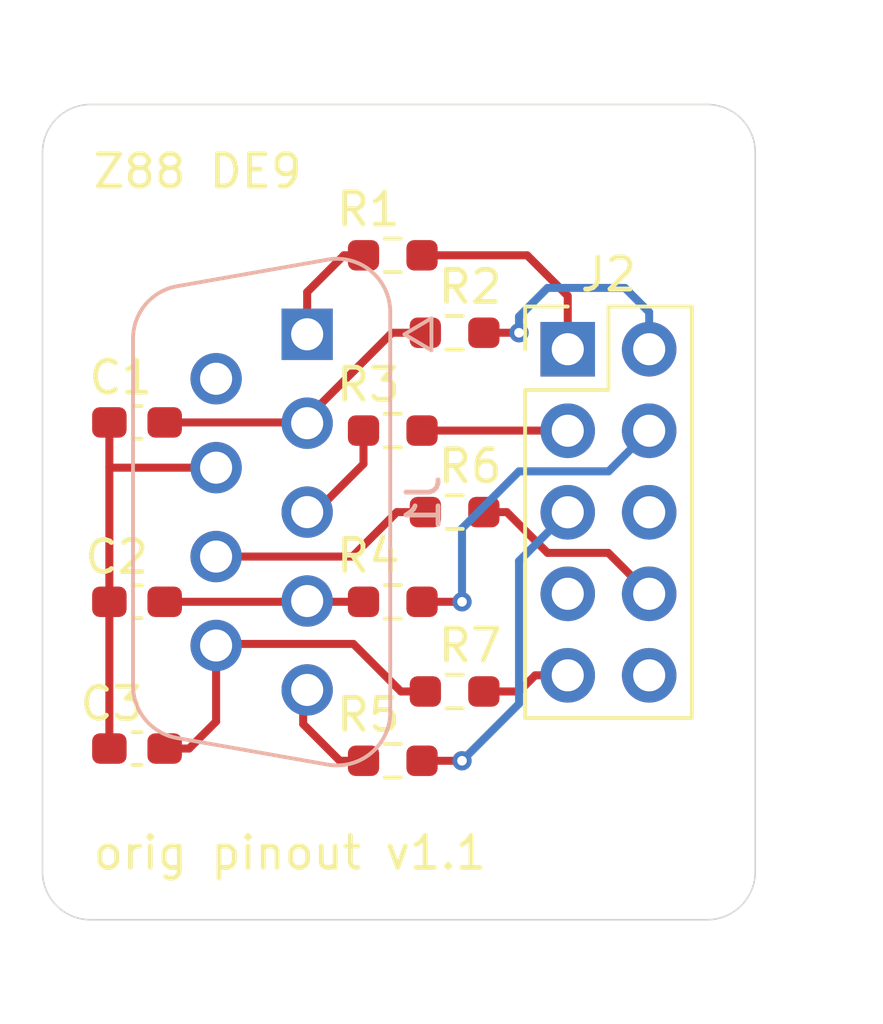
<source format=kicad_pcb>
(kicad_pcb (version 20240108) (generator "pcbnew") (generator_version "8.0")
  (layers (0 "F.Cu" signal) (31 "B.Cu" signal) (36 "B.SilkS" user "B.Silkscreen") (37 "F.SilkS" user "F.Silkscreen") (38 "B.Mask" user) (39 "F.Mask" user) (44 "Edge.Cuts" user))
  (net 0 "")
  (net 2 "GND")
  (net 3 "TxD")
  (net 4 "RTS")
  (net 5 "DTR")
  (net 6 "RxD")
  (net 7 "+5V")
  (net 8 "CTS")
  (net 9 "DCD")
  (net 10 "NC")
  (net 11 "GND 88")
  (net 12 "TxD 88")
  (net 13 "DTR 88")
  (net 14 "RxD 88")
  (net 15 "CTS 88")
  (net 16 "DCD 88")
  (net 17 "RTS 88")
  (footprint "Resistor_SMD:R_0603_1608Metric_Pad0.98x0.95mm_HandSolder" (layer "F.Cu") (at 129.794 114.935)
    (property "Reference" "R5" (at -0.762 -1.43 0) (layer "F.SilkS"))
    (property "Value" "1k")
    (fp_line (start -0.254724 -0.5225) (end 0.254724 -0.5225) (stroke (width 0.12)) (layer "F.SilkS"))
    (fp_line (start -0.254724 0.5225) (end 0.254724 0.5225) (stroke (width 0.12)) (layer "F.SilkS"))
    (pad "1" smd roundrect (at -0.9125 0) (size 0.975 0.95) (layers "F.Cu" "F.Paste" "F.Mask") (net 8 "CTS"))
    (pad "2" smd roundrect (at 0.9125 0) (size 0.975 0.95) (layers "F.Cu" "F.Paste" "F.Mask") (net 15 "CTS 88"))
  )
  (footprint "Capacitor_SMD:C_0603_1608Metric_Pad1.08x0.95mm_HandSolder" (layer "F.Cu") (at 121.8195 104.394 180)
    (property "Reference" "C1" (at 0.508 1.397 0) (layer "F.SilkS"))
    (property "Value" "C")
    (fp_line (start -0.146267 0.51) (end 0.146267 0.51) (stroke (width 0.12)) (layer "F.SilkS"))
    (fp_line (start -0.146267 -0.51) (end 0.146267 -0.51) (stroke (width 0.12)) (layer "F.SilkS"))
    (pad "1" smd roundrect (at -0.8625 0 180) (size 1.075 0.95) (layers "F.Cu" "F.Paste" "F.Mask") (net 3 "TxD"))
    (pad "2" smd roundrect (at 0.8625 0 180) (size 1.075 0.95) (layers "F.Cu" "F.Paste" "F.Mask") (net 2 "GND"))
  )
  (footprint "Resistor_SMD:R_0603_1608Metric_Pad0.98x0.95mm_HandSolder" (layer "F.Cu") (at 131.7225 107.188)
    (property "Reference" "R6" (at 0.4845 -1.43 0) (layer "F.SilkS"))
    (property "Value" "470")
    (fp_line (start -0.254724 -0.5225) (end 0.254724 -0.5225) (stroke (width 0.12)) (layer "F.SilkS"))
    (fp_line (start -0.254724 0.5225) (end 0.254724 0.5225) (stroke (width 0.12)) (layer "F.SilkS"))
    (pad "1" smd roundrect (at -0.9125 0) (size 0.975 0.95) (layers "F.Cu" "F.Paste" "F.Mask") (net 9 "DCD"))
    (pad "2" smd roundrect (at 0.9125 0) (size 0.975 0.95) (layers "F.Cu" "F.Paste" "F.Mask") (net 16 "DCD 88"))
  )
  (footprint "Resistor_SMD:R_0603_1608Metric_Pad0.98x0.95mm_HandSolder" (layer "F.Cu") (at 131.7225 101.6)
    (property "Reference" "R2" (at 0.4845 -1.43 0) (layer "F.SilkS"))
    (property "Value" "1k")
    (fp_line (start -0.254724 -0.5225) (end 0.254724 -0.5225) (stroke (width 0.12)) (layer "F.SilkS"))
    (fp_line (start -0.254724 0.5225) (end 0.254724 0.5225) (stroke (width 0.12)) (layer "F.SilkS"))
    (pad "1" smd roundrect (at -0.9125 0) (size 0.975 0.95) (layers "F.Cu" "F.Paste" "F.Mask") (net 3 "TxD"))
    (pad "2" smd roundrect (at 0.9125 0) (size 0.975 0.95) (layers "F.Cu" "F.Paste" "F.Mask") (net 12 "TxD 88"))
  )
  (footprint "Resistor_SMD:R_0603_1608Metric_Pad0.98x0.95mm_HandSolder" (layer "F.Cu") (at 129.794 109.982)
    (property "Reference" "R4" (at -0.762 -1.43 0) (layer "F.SilkS"))
    (property "Value" "10k")
    (fp_line (start -0.254724 -0.5225) (end 0.254724 -0.5225) (stroke (width 0.12)) (layer "F.SilkS"))
    (fp_line (start -0.254724 0.5225) (end 0.254724 0.5225) (stroke (width 0.12)) (layer "F.SilkS"))
    (pad "1" smd roundrect (at -0.9125 0) (size 0.975 0.95) (layers "F.Cu" "F.Paste" "F.Mask") (net 4 "RTS"))
    (pad "2" smd roundrect (at 0.9125 0) (size 0.975 0.95) (layers "F.Cu" "F.Paste" "F.Mask") (net 17 "RTS 88"))
  )
  (footprint "Connector_PinHeader_2.54mm:PinHeader_2x05_P2.54mm_Vertical" (layer "F.Cu") (at 135.25 102.113)
    (property "Reference" "J2" (at 1.27 -2.33 0) (layer "F.SilkS"))
    (property "Value" "Conn_02x05_Odd_Even")
    (fp_line (start -1.33 -1.33) (end 0 -1.33) (stroke (width 0.12)) (layer "F.SilkS"))
    (fp_line (start -1.33 0) (end -1.33 -1.33) (stroke (width 0.12)) (layer "F.SilkS"))
    (fp_line (start -1.33 1.27) (end -1.33 11.49) (stroke (width 0.12)) (layer "F.SilkS"))
    (fp_line (start -1.33 1.27) (end 1.27 1.27) (stroke (width 0.12)) (layer "F.SilkS"))
    (fp_line (start -1.33 11.49) (end 3.87 11.49) (stroke (width 0.12)) (layer "F.SilkS"))
    (fp_line (start 1.27 -1.33) (end 3.87 -1.33) (stroke (width 0.12)) (layer "F.SilkS"))
    (fp_line (start 1.27 1.27) (end 1.27 -1.33) (stroke (width 0.12)) (layer "F.SilkS"))
    (fp_line (start 3.87 -1.33) (end 3.87 11.49) (stroke (width 0.12)) (layer "F.SilkS"))
    (pad "1" thru_hole rect (at 0 0) (size 1.7 1.7) (drill 1) (layers "*.Cu" "*.Mask") (net 7 "+5V"))
    (pad "2" thru_hole oval (at 2.54 0) (size 1.7 1.7) (drill 1) (layers "*.Cu" "*.Mask") (net 12 "TxD 88"))
    (pad "3" thru_hole oval (at 0 2.54) (size 1.7 1.7) (drill 1) (layers "*.Cu" "*.Mask") (net 14 "RxD 88"))
    (pad "4" thru_hole oval (at 2.54 2.54) (size 1.7 1.7) (drill 1) (layers "*.Cu" "*.Mask") (net 17 "RTS 88"))
    (pad "5" thru_hole oval (at 0 5.08) (size 1.7 1.7) (drill 1) (layers "*.Cu" "*.Mask") (net 15 "CTS 88"))
    (pad "6" thru_hole oval (at 2.54 5.08) (size 1.7 1.7) (drill 1) (layers "*.Cu" "*.Mask"))
    (pad "7" thru_hole oval (at 0 7.62) (size 1.7 1.7) (drill 1) (layers "*.Cu" "*.Mask") (net 11 "GND 88"))
    (pad "8" thru_hole oval (at 2.54 7.62) (size 1.7 1.7) (drill 1) (layers "*.Cu" "*.Mask") (net 16 "DCD 88"))
    (pad "9" thru_hole oval (at 0 10.16) (size 1.7 1.7) (drill 1) (layers "*.Cu" "*.Mask") (net 13 "DTR 88"))
    (pad "10" thru_hole oval (at 2.54 10.16) (size 1.7 1.7) (drill 1) (layers "*.Cu" "*.Mask"))
  )
  (footprint "Resistor_SMD:R_0603_1608Metric_Pad0.98x0.95mm_HandSolder" (layer "F.Cu") (at 131.7225 112.776)
    (property "Reference" "R7" (at 0.4845 -1.43 0) (layer "F.SilkS"))
    (property "Value" "10k")
    (fp_line (start -0.254724 -0.5225) (end 0.254724 -0.5225) (stroke (width 0.12)) (layer "F.SilkS"))
    (fp_line (start -0.254724 0.5225) (end 0.254724 0.5225) (stroke (width 0.12)) (layer "F.SilkS"))
    (pad "1" smd roundrect (at -0.9125 0) (size 0.975 0.95) (layers "F.Cu" "F.Paste" "F.Mask") (net 5 "DTR"))
    (pad "2" smd roundrect (at 0.9125 0) (size 0.975 0.95) (layers "F.Cu" "F.Paste" "F.Mask") (net 13 "DTR 88"))
  )
  (footprint "Capacitor_SMD:C_0603_1608Metric_Pad1.08x0.95mm_HandSolder" (layer "F.Cu") (at 121.8195 109.982 180)
    (property "Reference" "C2" (at 0.635 1.397 0) (layer "F.SilkS"))
    (property "Value" "C")
    (fp_line (start -0.146267 0.51) (end 0.146267 0.51) (stroke (width 0.12)) (layer "F.SilkS"))
    (fp_line (start -0.146267 -0.51) (end 0.146267 -0.51) (stroke (width 0.12)) (layer "F.SilkS"))
    (pad "1" smd roundrect (at -0.8625 0 180) (size 1.075 0.95) (layers "F.Cu" "F.Paste" "F.Mask") (net 4 "RTS"))
    (pad "2" smd roundrect (at 0.8625 0 180) (size 1.075 0.95) (layers "F.Cu" "F.Paste" "F.Mask") (net 2 "GND"))
  )
  (footprint "Resistor_SMD:R_0603_1608Metric_Pad0.98x0.95mm_HandSolder" (layer "F.Cu") (at 129.794 99.187)
    (property "Reference" "R1" (at -0.762 -1.43 0) (layer "F.SilkS"))
    (property "Value" "10k")
    (fp_line (start -0.254724 -0.5225) (end 0.254724 -0.5225) (stroke (width 0.12)) (layer "F.SilkS"))
    (fp_line (start -0.254724 0.5225) (end 0.254724 0.5225) (stroke (width 0.12)) (layer "F.SilkS"))
    (pad "1" smd roundrect (at -0.9125 0) (size 0.975 0.95) (layers "F.Cu" "F.Paste" "F.Mask") (net 7 "+5V"))
    (pad "2" smd roundrect (at 0.9125 0) (size 0.975 0.95) (layers "F.Cu" "F.Paste" "F.Mask") (net 7 "+5V"))
  )
  (footprint "Capacitor_SMD:C_0603_1608Metric_Pad1.08x0.95mm_HandSolder" (layer "F.Cu") (at 121.8195 114.554)
    (property "Reference" "C3" (at -0.7885 -1.397 0) (layer "F.SilkS"))
    (property "Value" "C")
    (fp_line (start -0.146267 -0.51) (end 0.146267 -0.51) (stroke (width 0.12)) (layer "F.SilkS"))
    (fp_line (start -0.146267 0.51) (end 0.146267 0.51) (stroke (width 0.12)) (layer "F.SilkS"))
    (pad "1" smd roundrect (at -0.8625 0) (size 1.075 0.95) (layers "F.Cu" "F.Paste" "F.Mask") (net 2 "GND"))
    (pad "2" smd roundrect (at 0.8625 0) (size 1.075 0.95) (layers "F.Cu" "F.Paste" "F.Mask") (net 5 "DTR"))
  )
  (footprint "Resistor_SMD:R_0603_1608Metric_Pad0.98x0.95mm_HandSolder" (layer "F.Cu") (at 129.794 104.648)
    (property "Reference" "R3" (at -0.762 -1.43 0) (layer "F.SilkS"))
    (property "Value" "10k")
    (fp_line (start -0.254724 -0.5225) (end 0.254724 -0.5225) (stroke (width 0.12)) (layer "F.SilkS"))
    (fp_line (start -0.254724 0.5225) (end 0.254724 0.5225) (stroke (width 0.12)) (layer "F.SilkS"))
    (pad "1" smd roundrect (at -0.9125 0) (size 0.975 0.95) (layers "F.Cu" "F.Paste" "F.Mask") (net 6 "RxD"))
    (pad "2" smd roundrect (at 0.9125 0) (size 0.975 0.95) (layers "F.Cu" "F.Paste" "F.Mask") (net 14 "RxD 88"))
  )
  (footprint "DE-9:DE-9_Female_Vertical" (layer "B.Cu") (at 127.125 101.648 90)
    (property "Reference" "J1" (at -5.25 3.625 -90) (layer "B.SilkS") (effects (justify mirror)))
    (property "Value" "DE9_Plug")
    (fp_line (start -0.137048 -5.43) (end -10.942952 -5.43) (stroke (width 0.12)) (layer "B.SilkS"))
    (fp_line (start 1.497733 -4.058256) (end 2.32647 0.641744) (stroke (width 0.12)) (layer "B.SilkS"))
    (fp_line (start -12.577733 -4.058256) (end -13.40647 0.641744) (stroke (width 0.12)) (layer "B.SilkS"))
    (fp_line (start 0.691689 2.59) (end -11.771689 2.59) (stroke (width 0.12)) (layer "B.SilkS"))
    (fp_line (start 0 3.033493) (end 0.5 3.875) (stroke (width 0.12)) (layer "B.SilkS"))
    (fp_line (start 0.5 3.875) (end -0.5 3.875) (stroke (width 0.12)) (layer "B.SilkS"))
    (fp_line (start -0.5 3.875) (end 0 3.033493) (stroke (width 0.12)) (layer "B.SilkS"))
    (fp_arc (start -0.137048 -5.43) (mid 0.92998 -5.041634) (end 1.497733 -4.058256) (stroke (width 0.12)) (layer "B.SilkS"))
    (fp_arc (start -12.577733 -4.058256) (mid -12.00998 -5.041634) (end -10.942952 -5.43) (stroke (width 0.12)) (layer "B.SilkS"))
    (fp_arc (start 2.32647 0.641744) (mid 1.963323 1.997027) (end 0.691689 2.59) (stroke (width 0.12)) (layer "B.SilkS"))
    (fp_arc (start -11.771689 2.59) (mid -13.043323 1.997027) (end -13.40647 0.641744) (stroke (width 0.12)) (layer "B.SilkS"))
    (pad "1" thru_hole rect (at 0 0 90) (size 1.6 1.6) (drill 1) (layers "*.Cu" "*.Mask") (net 7 "+5V"))
    (pad "2" thru_hole circle (at -2.77 0 90) (size 1.6 1.6) (drill 1) (layers "*.Cu" "*.Mask") (net 3 "TxD"))
    (pad "3" thru_hole circle (at -5.54 0 90) (size 1.6 1.6) (drill 1) (layers "*.Cu" "*.Mask") (net 6 "RxD"))
    (pad "4" thru_hole circle (at -8.31 0 90) (size 1.6 1.6) (drill 1) (layers "*.Cu" "*.Mask") (net 4 "RTS"))
    (pad "5" thru_hole circle (at -11.08 0 90) (size 1.6 1.6) (drill 1) (layers "*.Cu" "*.Mask") (net 8 "CTS"))
    (pad "6" thru_hole circle (at -1.385 -2.84 90) (size 1.6 1.6) (drill 1) (layers "*.Cu" "*.Mask") (net 10 "NC"))
    (pad "7" thru_hole circle (at -4.155 -2.84 90) (size 1.6 1.6) (drill 1) (layers "*.Cu" "*.Mask") (net 2 "GND"))
    (pad "8" thru_hole circle (at -6.925 -2.84 90) (size 1.6 1.6) (drill 1) (layers "*.Cu" "*.Mask") (net 9 "DCD"))
    (pad "9" thru_hole circle (at -9.695 -2.84 90) (size 1.6 1.6) (drill 1) (layers "*.Cu" "*.Mask") (net 5 "DTR"))
  )
  (gr_line (start 120.372 94.488) (end 139.597 94.488) (stroke (width 0.05)) (layer "Edge.Cuts"))
  (gr_line (start 118.872 118.388) (end 118.872 95.988) (stroke (width 0.05)) (layer "Edge.Cuts"))
  (gr_arc (start 120.372 119.888) (mid 119.31134 119.44866) (end 118.872 118.388) (stroke (width 0.05)) (layer "Edge.Cuts"))
  (gr_arc (start 139.597 94.488) (mid 140.65766 94.92734) (end 141.097 95.988) (stroke (width 0.05)) (layer "Edge.Cuts"))
  (gr_line (start 139.597 119.888) (end 120.372 119.888) (stroke (width 0.05)) (layer "Edge.Cuts"))
  (gr_line (start 141.097 95.988) (end 141.097 118.388) (stroke (width 0.05)) (layer "Edge.Cuts"))
  (gr_arc (start 118.872 95.988) (mid 119.31134 94.92734) (end 120.372 94.488) (stroke (width 0.05)) (layer "Edge.Cuts"))
  (gr_arc (start 141.097 118.388) (mid 140.65766 119.44866) (end 139.597 119.888) (stroke (width 0.05)) (layer "Edge.Cuts"))
  (gr_text "orig pinout v1.1" (at 120.372 118.388 0) (layer "F.SilkS") (effects (font (size 1 1)) (justify left bottom)))
  (gr_text "Z88 DE9\n" (at 120.372 95.988 0) (layer "F.SilkS") (effects (font (size 1 1)) (justify left top)))
  (segment (start 124.285 105.803) (end 120.969 105.803) (width 0.25) (layer "F.Cu") (net 2))
  (segment (start 120.957 109.982) (end 120.957 114.554) (width 0.25) (layer "F.Cu") (net 2))
  (segment (start 120.969 105.803) (end 120.957 105.791) (width 0.25) (layer "F.Cu") (net 2))
  (segment (start 120.957 108.958) (end 120.957 109.982) (width 0.25) (layer "F.Cu") (net 2))
  (segment (start 120.957 104.394) (end 120.957 108.958) (width 0.25) (layer "F.Cu") (net 2))
  (segment (start 127.125 104.245) (end 127.125 104.418) (width 0.25) (layer "F.Cu") (net 3))
  (segment (start 129.77 101.6) (end 127.125 104.245) (width 0.25) (layer "F.Cu") (net 3))
  (segment (start 127.101 104.394) (end 122.428 104.394) (width 0.25) (layer "F.Cu") (net 3))
  (segment (start 127.125 104.418) (end 127.101 104.394) (width 0.25) (layer "F.Cu") (net 3))
  (segment (start 130.81 101.6) (end 129.77 101.6) (width 0.25) (layer "F.Cu") (net 3))
  (segment (start 128.8815 109.982) (end 122.682 109.982) (width 0.25) (layer "F.Cu") (net 4))
  (segment (start 124.333 111.295) (end 128.567 111.295) (width 0.25) (layer "F.Cu") (net 5))
  (segment (start 122.682 114.554) (end 123.444 114.554) (width 0.25) (layer "F.Cu") (net 5))
  (segment (start 124.285 113.713) (end 124.285 111.343) (width 0.25) (layer "F.Cu") (net 5))
  (segment (start 128.567 111.295) (end 130.048 112.776) (width 0.25) (layer "F.Cu") (net 5))
  (segment (start 123.444 114.554) (end 124.285 113.713) (width 0.25) (layer "F.Cu") (net 5))
  (segment (start 124.285 111.343) (end 124.333 111.295) (width 0.25) (layer "F.Cu") (net 5))
  (segment (start 130.048 112.776) (end 130.81 112.776) (width 0.25) (layer "F.Cu") (net 5))
  (segment (start 128.8815 104.648) (end 128.8815 105.6875) (width 0.25) (layer "F.Cu") (net 6))
  (segment (start 128.8815 105.6875) (end 127.429 107.14) (width 0.25) (layer "F.Cu") (net 6))
  (segment (start 127.429 107.14) (end 127 107.14) (width 0.25) (layer "F.Cu") (net 6))
  (segment (start 128.27 99.187) (end 127.125 100.332) (width 0.25) (layer "F.Cu") (net 7))
  (segment (start 133.985 99.187) (end 135.25 100.452) (width 0.25) (layer "F.Cu") (net 7))
  (segment (start 127.125 100.332) (end 127.125 101.648) (width 0.25) (layer "F.Cu") (net 7))
  (segment (start 130.7065 99.187) (end 133.985 99.187) (width 0.25) (layer "F.Cu") (net 7))
  (segment (start 135.25 100.452) (end 135.25 102.113) (width 0.25) (layer "F.Cu") (net 7))
  (segment (start 128.8815 99.187) (end 128.27 99.187) (width 0.25) (layer "F.Cu") (net 7))
  (segment (start 128.143 114.935) (end 127 113.792) (width 0.25) (layer "F.Cu") (net 8))
  (segment (start 127 113.792) (end 127 112.68) (width 0.25) (layer "F.Cu") (net 8))
  (segment (start 128.8815 114.935) (end 128.143 114.935) (width 0.25) (layer "F.Cu") (net 8))
  (segment (start 129.921 107.188) (end 128.536 108.573) (width 0.25) (layer "F.Cu") (net 9))
  (segment (start 130.81 107.188) (end 129.921 107.188) (width 0.25) (layer "F.Cu") (net 9))
  (segment (start 128.536 108.573) (end 124.208 108.573) (width 0.25) (layer "F.Cu") (net 9))
  (segment (start 124.208 108.573) (end 124.16 108.525) (width 0.25) (layer "F.Cu") (net 9))
  (segment (start 132.635 101.6) (end 133.731 101.6) (width 0.25) (layer "F.Cu") (net 12))
  (via (at 133.731 101.6) (size 0.6) (drill 0.3) (layers "F.Cu" "B.Cu") (net 12))
  (segment (start 133.731 101.092) (end 134.62 100.203) (width 0.25) (layer "B.Cu") (net 12))
  (segment (start 133.731 101.6) (end 133.731 101.092) (width 0.25) (layer "B.Cu") (net 12))
  (segment (start 137.79 102.23) (end 137.795 102.235) (width 0.25) (layer "B.Cu") (net 12))
  (segment (start 134.62 100.203) (end 137.033 100.203) (width 0.25) (layer "B.Cu") (net 12))
  (segment (start 137.033 100.203) (end 137.79 100.96) (width 0.25) (layer "B.Cu") (net 12))
  (segment (start 137.79 100.96) (end 137.79 102.23) (width 0.25) (layer "B.Cu") (net 12))
  (segment (start 134.234 112.273) (end 135.25 112.273) (width 0.25) (layer "F.Cu") (net 13))
  (segment (start 132.635 112.776) (end 133.731 112.776) (width 0.25) (layer "F.Cu") (net 13))
  (segment (start 133.731 112.776) (end 134.234 112.273) (width 0.25) (layer "F.Cu") (net 13))
  (segment (start 130.7065 104.648) (end 135.245 104.648) (width 0.25) (layer "F.Cu") (net 14))
  (segment (start 135.255 104.658) (end 135.255 104.775) (width 0.25) (layer "F.Cu") (net 14))
  (segment (start 135.245 104.648) (end 135.255 104.658) (width 0.25) (layer "F.Cu") (net 14))
  (segment (start 130.7065 114.935) (end 131.953 114.935) (width 0.25) (layer "F.Cu") (net 15))
  (via (at 131.953 114.935) (size 0.6) (drill 0.3) (layers "F.Cu" "B.Cu") (net 15))
  (segment (start 133.731 108.712) (end 135.25 107.193) (width 0.25) (layer "B.Cu") (net 15))
  (segment (start 131.953 114.935) (end 133.731 113.157) (width 0.25) (layer "B.Cu") (net 15))
  (segment (start 133.731 113.157) (end 133.731 108.712) (width 0.25) (layer "B.Cu") (net 15))
  (segment (start 136.515 108.458) (end 137.79 109.733) (width 0.25) (layer "F.Cu") (net 16))
  (segment (start 132.635 107.188) (end 133.35 107.188) (width 0.25) (layer "F.Cu") (net 16))
  (segment (start 134.62 108.458) (end 136.515 108.458) (width 0.25) (layer "F.Cu") (net 16))
  (segment (start 133.35 107.188) (end 134.62 108.458) (width 0.25) (layer "F.Cu") (net 16))
  (segment (start 130.7065 109.982) (end 131.953 109.982) (width 0.25) (layer "F.Cu") (net 17))
  (via (at 131.953 109.982) (size 0.6) (drill 0.3) (layers "F.Cu" "B.Cu") (net 17))
  (segment (start 131.953 109.982) (end 131.953 107.696) (width 0.25) (layer "B.Cu") (net 17))
  (segment (start 131.953 107.696) (end 133.731 105.918) (width 0.25) (layer "B.Cu") (net 17))
  (segment (start 133.731 105.918) (end 136.525 105.918) (width 0.25) (layer "B.Cu") (net 17))
  (segment (start 136.525 105.918) (end 137.79 104.653) (width 0.25) (layer "B.Cu") (net 17))
)
</source>
